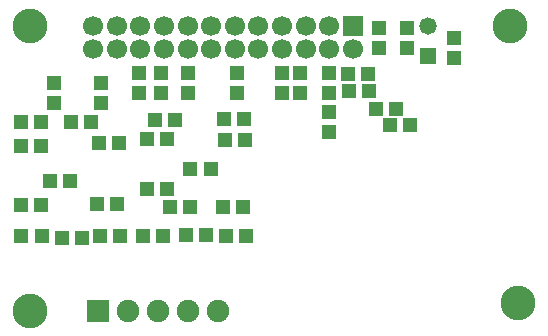
<source format=gbr>
G04 DipTrace 2.4.0.2*
%INBottomMask.gbr*%
%MOIN*%
%ADD29R,0.0669X0.0669*%
%ADD30C,0.0669*%
%ADD43C,0.116*%
%ADD66C,0.0748*%
%ADD67R,0.0748X0.0748*%
%ADD70R,0.0579X0.0579*%
%ADD72C,0.0579*%
%ADD78R,0.0472X0.0512*%
%ADD80R,0.0512X0.0472*%
%FSLAX44Y44*%
G04*
G70*
G90*
G75*
G01*
%LNBotMask*%
%LPD*%
D80*
X16479Y12516D3*
X15810D3*
X16450Y13087D3*
X15781D3*
X17849Y11367D3*
X17180D3*
X17373Y11922D3*
X16704D3*
D78*
X13562Y12437D3*
Y13106D3*
X17746Y13932D3*
Y14601D3*
X14187Y12437D3*
Y13106D3*
X12062Y12437D3*
Y13106D3*
X8812Y12437D3*
Y13106D3*
X16812Y13937D3*
Y14606D3*
X7525Y12789D3*
Y12119D3*
D80*
X9743Y10917D3*
X9074D3*
X11660Y10889D3*
X12329D3*
X8177Y7678D3*
X7508D3*
D72*
X18437Y14687D3*
D70*
Y13687D3*
D29*
X15937Y14687D3*
D30*
X15150D3*
X14362D3*
X13575D3*
X12787D3*
X12000D3*
X11213D3*
X10425D3*
X9638D3*
X8850D3*
X8063D3*
X7276D3*
Y13900D3*
X8063D3*
X8850D3*
X9638D3*
X10425D3*
X11213D3*
X12000D3*
X12787D3*
X13575D3*
X14362D3*
X15150D3*
X15937D3*
D67*
X7437Y5187D3*
D66*
X8437D3*
X9437D3*
X10437D3*
X11437D3*
D78*
X19296Y14275D3*
Y13605D3*
X10437Y12437D3*
Y13106D3*
X15141Y12430D3*
Y13099D3*
X15133Y11132D3*
Y11801D3*
D80*
X7464Y10780D3*
X8133D3*
X7217Y11463D3*
X6547D3*
D78*
X5986Y12762D3*
Y12093D3*
D80*
X4880Y11475D3*
X5549D3*
X5551Y10668D3*
X4882D3*
X4886Y7658D3*
X5556D3*
X5551Y8707D3*
X4882D3*
X5847Y9513D3*
X6516D3*
X6231Y7598D3*
X6900D3*
X7398Y8733D3*
X8067D3*
X9736Y9229D3*
X9067D3*
X11598Y8630D3*
X12267D3*
X12299Y11558D3*
X11630D3*
D78*
X9525Y13115D3*
Y12446D3*
D80*
X8929Y7678D3*
X9599D3*
X12370Y7687D3*
X11700D3*
X11189Y9919D3*
X10520D3*
X9847Y8628D3*
X10516D3*
X9348Y11545D3*
X10017D3*
X10356Y7697D3*
X11025D3*
D43*
X5187Y14687D3*
X21187D3*
X21437Y5437D3*
X5187Y5187D3*
M02*

</source>
